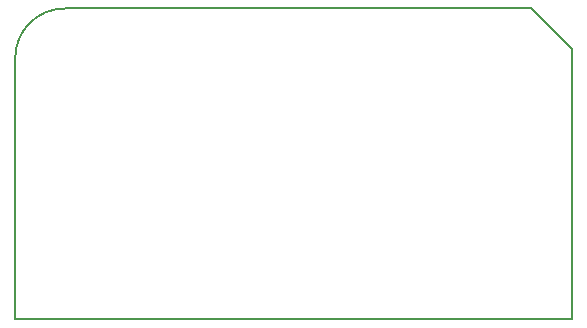
<source format=gbr>
G04 #@! TF.GenerationSoftware,KiCad,Pcbnew,(5.0.0)*
G04 #@! TF.CreationDate,2019-03-07T00:39:03-05:00*
G04 #@! TF.ProjectId,Reflow_Test1,5265666C6F775F54657374312E6B6963,rev?*
G04 #@! TF.SameCoordinates,Original*
G04 #@! TF.FileFunction,Profile,NP*
%FSLAX46Y46*%
G04 Gerber Fmt 4.6, Leading zero omitted, Abs format (unit mm)*
G04 Created by KiCad (PCBNEW (5.0.0)) date 03/07/19 00:39:03*
%MOMM*%
%LPD*%
G01*
G04 APERTURE LIST*
%ADD10C,0.200000*%
%ADD11C,0.150000*%
G04 APERTURE END LIST*
D10*
X159004000Y-88138000D02*
X162433000Y-91567000D01*
D11*
X115316000Y-92329000D02*
G75*
G02X119507000Y-88138000I4191000J0D01*
G01*
D10*
X162433000Y-114427000D02*
X115316000Y-114427000D01*
X162433000Y-91567000D02*
X162433000Y-114427000D01*
X119507000Y-88138000D02*
X159004000Y-88138000D01*
X115316000Y-114427000D02*
X115316000Y-92329000D01*
M02*

</source>
